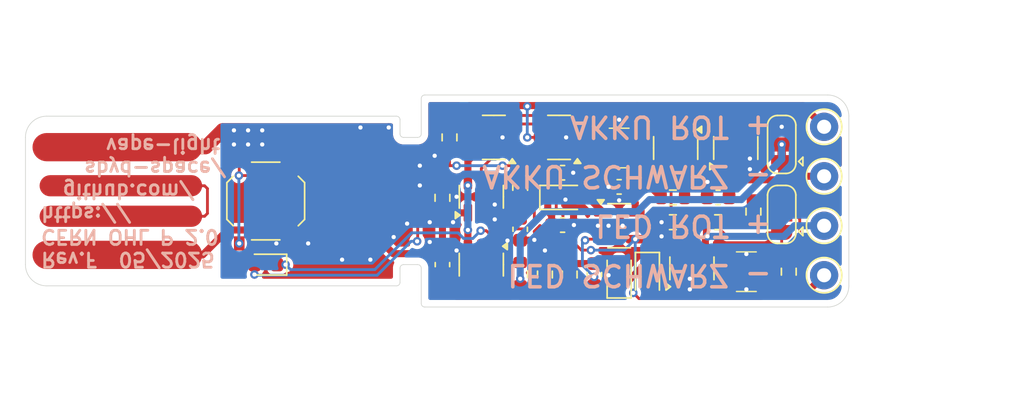
<source format=kicad_pcb>
(kicad_pcb (version 20240108) (generator "pcbnew") (generator_version "8.0")
  (title_block (title "vapelight") (date "05/2025") (rev "F") (company "SBYD"))
  (layers (0 "F.Cu" signal) (31 "B.Cu" signal) (34 "B.Paste" user) (35 "F.Paste" user) (36 "B.SilkS" user "B.Silkscreen") (37 "F.SilkS" user "F.Silkscreen") (38 "B.Mask" user) (39 "F.Mask" user) (44 "Edge.Cuts" user))
  (net 0 "")
  (net 1 "-BATT")
  (net 2 "Net-(U1-VCC)")
  (net 3 "Net-(D2-A)")
  (net 4 "Net-(D2-K)")
  (net 5 "Net-(Q1A-G1)")
  (net 6 "Net-(Q1B-G2)")
  (net 7 "Net-(Q1A-D1)")
  (net 8 "GND")
  (net 9 "VCC")
  (net 10 "Net-(U2-PROG)")
  (net 11 "Net-(U1-CS)")
  (net 12 "+BATT")
  (net 14 "Net-(U5-C)")
  (net 15 "Net-(C6-Pad2)")
  (net 16 "Net-(J1-D+)")
  (net 17 "Net-(U3-EN)")
  (net 18 "Net-(D3-K)")
  (net 19 "Net-(U3-FB)")
  (net 20 "Net-(D3-A)")
  (net 21 "Net-(D4-A)")
  (net 22 "+LED")
  (net 23 "-LED")
  (net 24 "Net-(R5-Pad1)")
  (net 25 "Net-(U5-D)")
  (net 26 "Net-(D4-K)")
  (net 27 "Net-(U5-Q)")
  (net 28 "GND1")
  (net 29 "Net-(JP4-C)")
  (net 30 "Net-(JP4-B)")
  (footprint "Package_TO_SOT_SMD:SOT-23-5" (layer "F.Cu") (at 101.75 66.2 90)
    (property "Reference" "U7" (hide yes))
    (property "Value" "74LVC1G02")
    (pad "1" smd roundrect (at -1.1375 -0.95 90) (size 1.325 0.6) (layers "F.Cu" "F.Paste" "F.Mask") (net 9 "VCC"))
    (pad "2" smd roundrect (at -1.1375 0 90) (size 1.325 0.6) (layers "F.Cu" "F.Paste" "F.Mask") (net 25 "Net-(U5-D)"))
    (pad "3" smd roundrect (at -1.1375 0.95 90) (size 1.325 0.6) (layers "F.Cu" "F.Paste" "F.Mask") (net 8 "GND"))
    (pad "4" smd roundrect (at 1.1375 0.95 90) (size 1.325 0.6) (layers "F.Cu" "F.Paste" "F.Mask") (net 17 "Net-(U3-EN)"))
    (pad "5" smd roundrect (at 1.1375 -0.95 90) (size 1.325 0.6) (layers "F.Cu" "F.Paste" "F.Mask") (net 12 "+BATT"))
  )
  (footprint "Resistor_SMD:R_0603_1608Metric" (layer "F.Cu") (at 108 71.7 90)
    (property "Reference" "R8" (hide yes))
    (property "Value" "150k")
    (pad "1" smd roundrect (at -0.825 0 90) (size 0.8 0.95) (layers "F.Cu" "F.Paste" "F.Mask") (net 19 "Net-(U3-FB)"))
    (pad "2" smd roundrect (at 0.825 0 90) (size 0.8 0.95) (layers "F.Cu" "F.Paste" "F.Mask") (net 26 "Net-(D4-K)"))
  )
  (footprint "Resistor_SMD:R_0603_1608Metric" (layer "F.Cu") (at 121 67.25 90)
    (property "Reference" "R11" (hide yes))
    (property "Value" "330m")
    (pad "1" smd roundrect (at -0.825 0 90) (size 0.8 0.95) (layers "F.Cu" "F.Paste" "F.Mask") (net 29 "Net-(JP4-C)"))
    (pad "2" smd roundrect (at 0.825 0 90) (size 0.8 0.95) (layers "F.Cu" "F.Paste" "F.Mask") (net 30 "Net-(JP4-B)"))
  )
  (footprint "vape_project:SolderJumper-3_P1.3mm_Bridged123_RoundedPad1.0x1.5mm" (layer "F.Cu") (at 123 67.45 90)
    (property "Reference" "JP4" (hide yes))
    (property "Value" "SolderJumper_3_Bridged123")
    (fp_poly (pts (xy -0.9 -0.3) (xy 0.9 -0.3) (xy 0.9 0.3) (xy -0.9 0.3)) (fill solid) (layer "F.Cu"))
    (pad "1" smd custom (at -1.3 0 90) (size 1 0.5) (layers "F.Cu" "F.Mask") (net 18 "Net-(D3-K)") (options (clearance outline) (anchor rect)) (primitives (gr_circle (center 0 0.25) (end 0.5 0.25) (width 0) (fill yes)) (gr_circle (center 0 -0.25) (end 0.5 -0.25) (width 0) (fill yes)) (gr_poly (pts (xy 0.55 0.75) (xy 0 0.75) (xy 0 -0.75) (xy 0.55 -0.75)) (width 0) (fill yes))))
    (pad "2" smd rect (at 0 0 90) (size 1 1.5) (layers "F.Cu" "F.Mask") (net 29 "Net-(JP4-C)"))
    (pad "3" smd custom (at 1.3 0 90) (size 1 0.5) (layers "F.Cu" "F.Mask") (net 30 "Net-(JP4-B)") (options (clearance outline) (anchor rect)) (primitives (gr_circle (center 0 0.25) (end 0.5 0.25) (width 0) (fill yes)) (gr_circle (center 0 -0.25) (end 0.5 -0.25) (width 0) (fill yes)) (gr_poly (pts (xy 0 0.75) (xy -0.55 0.75) (xy -0.55 -0.75) (xy 0 -0.75)) (width 0) (fill yes))))
  )
  (footprint "Connector_Pin:Pin_D1.0mm_L10.0mm" (layer "F.Cu") (at 126 61.25)
    (property "Reference" "J2" (hide yes))
    (property "Value" "Conn_01x01_Socket")
    (pad "1" thru_hole circle (at 0 0) (size 2 2) (drill 1) (layers "*.Cu" "*.Mask") (net 12 "+BATT"))
  )
  (footprint "Resistor_SMD:R_0603_1608Metric" (layer "F.Cu") (at 115.3 66.25)
    (property "Reference" "R4" (hide yes))
    (property "Value" "100")
    (pad "1" smd roundrect (at -0.825 0) (size 0.8 0.95) (layers "F.Cu" "F.Paste" "F.Mask") (net 12 "+BATT"))
    (pad "2" smd roundrect (at 0.825 0) (size 0.8 0.95) (layers "F.Cu" "F.Paste" "F.Mask") (net 2 "Net-(U1-VCC)"))
  )
  (footprint "LED_SMD:LED_0603_1608Metric" (layer "F.Cu") (at 86.5 71 180)
    (property "Reference" "D2" (hide yes))
    (property "Value" "LED")
    (pad "1" smd roundrect (at -0.7875 0 180) (size 0.875 0.95) (layers "F.Cu" "F.Paste" "F.Mask") (net 4 "Net-(D2-K)"))
    (pad "2" smd roundrect (at 0.7875 0 180) (size 0.875 0.95) (layers "F.Cu" "F.Paste" "F.Mask") (net 3 "Net-(D2-A)"))
  )
  (footprint "Connector_Pin:Pin_D1.0mm_L10.0mm" (layer "F.Cu") (at 126 71.75)
    (property "Reference" "J5" (hide yes))
    (property "Value" "Conn_01x01_Socket")
    (pad "1" thru_hole circle (at 0 0) (size 2 2) (drill 1) (layers "*.Cu" "*.Mask") (net 23 "-LED"))
  )
  (footprint "kikit:Tab" (layer "F.Cu") (at 102.75 74.25 90)
    (property "Reference" "REF**" (hide yes))
    (property "Value" "Tab")
  )
  (footprint "Package_TO_SOT_SMD:SOT-23-5" (layer "F.Cu") (at 101.75 71 -90)
    (property "Reference" "U2" (hide yes))
    (property "Value" "LTC4054ES5-4.2" (hide yes))
    (pad "1" smd roundrect (at -1.1375 -0.95 270) (size 1.325 0.6) (layers "F.Cu" "F.Paste" "F.Mask") (net 4 "Net-(D2-K)"))
    (pad "2" smd roundrect (at -1.1375 0 270) (size 1.325 0.6) (layers "F.Cu" "F.Paste" "F.Mask") (net 28 "GND1"))
    (pad "3" smd roundrect (at -1.1375 0.95 270) (size 1.325 0.6) (layers "F.Cu" "F.Paste" "F.Mask") (net 12 "+BATT"))
    (pad "4" smd roundrect (at 1.1375 0.95 270) (size 1.325 0.6) (layers "F.Cu" "F.Paste" "F.Mask") (net 9 "VCC"))
    (pad "5" smd roundrect (at 1.1375 -0.95 270) (size 1.325 0.6) (layers "F.Cu" "F.Paste" "F.Mask") (net 10 "Net-(U2-PROG)"))
  )
  (footprint "kikit:Tab" (layer "F.Cu") (at 102.75 58.75 -90)
    (property "Reference" "REF**" (hide yes))
    (property "Value" "Tab")
  )
  (footprint "Capacitor_SMD:C_0603_1608Metric" (layer "F.Cu") (at 118.5 66.25)
    (property "Reference" "C1" (hide yes))
    (property "Value" "100n")
    (pad "1" smd roundrect (at -0.775 0) (size 0.9 0.95) (layers "F.Cu" "F.Paste" "F.Mask") (net 2 "Net-(U1-VCC)"))
    (pad "2" smd roundrect (at 0.775 0) (size 0.9 0.95) (layers "F.Cu" "F.Paste" "F.Mask") (net 1 "-BATT"))
  )
  (footprint "Resistor_SMD:R_0603_1608Metric" (layer "F.Cu") (at 123.5 71.5 -90)
    (property "Reference" "R10" (hide yes))
    (property "Value" "1")
    (pad "1" smd roundrect (at -0.825 0 270) (size 0.8 0.95) (layers "F.Cu" "F.Paste" "F.Mask") (net 18 "Net-(D3-K)"))
    (pad "2" smd roundrect (at 0.825 0 270) (size 0.8 0.95) (layers "F.Cu" "F.Paste" "F.Mask") (net 29 "Net-(JP4-C)"))
  )
  (footprint "kikit:Tab" (layer "F.Cu") (at 121.75 74.25 90)
    (property "Reference" "REF**" (hide yes))
    (property "Value" "Tab")
  )
  (footprint "Jumper:SolderJumper-3_P1.3mm_Bridged12_RoundedPad1.0x1.5mm" (layer "F.Cu") (at 123 62.5 90)
    (property "Reference" "JP1" (hide yes))
    (property "Value" "SolderJumper_3_Bridged12")
    (fp_poly (pts (xy -0.9 -0.3) (xy -0.4 -0.3) (xy -0.4 0.3) (xy -0.9 0.3)) (fill solid) (layer "F.Cu"))
    (pad "1" smd custom (at -1.3 0 90) (size 1 0.5) (layers "F.Cu" "F.Mask") (net 1 "-BATT") (options (clearance outline) (anchor rect)) (primitives (gr_circle (center 0 0.25) (end 0.5 0.25) (width 0) (fill yes)) (gr_circle (center 0 -0.25) (end 0.5 -0.25) (width 0) (fill yes)) (gr_poly (pts (xy 0.55 0.75) (xy 0 0.75) (xy 0 -0.75) (xy 0.55 -0.75)) (width 0) (fill yes))))
    (pad "2" smd rect (at 0 0 90) (size 1 1.5) (layers "F.Cu" "F.Mask") (net 28 "GND1"))
    (pad "3" smd custom (at 1.3 0 90) (size 1 0.5) (layers "F.Cu" "F.Mask") (net 8 "GND") (options (clearance outline) (anchor rect)) (primitives (gr_circle (center 0 0.25) (end 0.5 0.25) (width 0) (fill yes)) (gr_circle (center 0 -0.25) (end 0.5 -0.25) (width 0) (fill yes)) (gr_poly (pts (xy 0 0.75) (xy -0.55 0.75) (xy -0.55 -0.75) (xy 0 -0.75)) (width 0) (fill yes))))
  )
  (footprint "Resistor_SMD:R_0603_1608Metric" (layer "F.Cu") (at 104.5 71.675 90)
    (property "Reference" "R2" (hide yes))
    (property "Value" "5k6")
    (pad "1" smd roundrect (at -0.825 0 90) (size 0.8 0.95) (layers "F.Cu" "F.Paste" "F.Mask") (net 28 "GND1"))
    (pad "2" smd roundrect (at 0.825 0 90) (size 0.8 0.95) (layers "F.Cu" "F.Paste" "F.Mask") (net 10 "Net-(U2-PROG)"))
  )
  (footprint "Connector_Pin:Pin_D1.0mm_L10.0mm" (layer "F.Cu") (at 126 68.25)
    (property "Reference" "J4" (hide yes))
    (property "Value" "Conn_01x01_Socket")
    (pad "1" thru_hole circle (at 0 0) (size 2 2) (drill 1) (layers "*.Cu" "*.Mask") (net 22 "+LED"))
  )
  (footprint "Resistor_SMD:R_0603_1608Metric" (layer "F.Cu") (at 106.25 71.7 90)
    (property "Reference" "R7" (hide yes))
    (property "Value" "13K")
    (pad "1" smd roundrect (at -0.825 0 90) (size 0.8 0.95) (layers "F.Cu" "F.Paste" "F.Mask") (net 19 "Net-(U3-FB)"))
    (pad "2" smd roundrect (at 0.825 0 90) (size 0.8 0.95) (layers "F.Cu" "F.Paste" "F.Mask") (net 8 "GND"))
  )
  (footprint "Connector_Pin:Pin_D1.0mm_L10.0mm" (layer "F.Cu") (at 126 64.75)
    (property "Reference" "J3" (hide yes))
    (property "Value" "Conn_01x01_Socket")
    (pad "1" thru_hole circle (at 0 0) (size 2 2) (drill 1) (layers "*.Cu" "*.Mask") (net 1 "-BATT"))
  )
  (footprint "Diode_SMD:D_SOD-323" (layer "F.Cu") (at 111.5 71.75 90)
    (property "Reference" "D5" (hide yes))
    (property "Value" "D_Schottky" (hide yes))
    (pad "1" smd roundrect (at -1.05 0 90) (size 0.6 0.45) (layers "F.Cu" "F.Paste" "F.Mask") (net 18 "Net-(D3-K)"))
    (pad "2" smd roundrect (at 1.05 0 90) (size 0.6 0.45) (layers "F.Cu" "F.Paste" "F.Mask") (net 26 "Net-(D4-K)"))
  )
  (footprint "Package_TO_SOT_SMD:SOT-23-6" (layer "F.Cu") (at 119.75 62.75 90)
    (property "Reference" "Q1" (hide yes))
    (property "Value" "FS8205A")
    (pad "1" smd roundrect (at -1.1375 -0.95 90) (size 1.325 0.6) (layers "F.Cu" "F.Paste" "F.Mask") (net 1 "-BATT"))
    (pad "2" smd roundrect (at -1.1375 0 90) (size 1.325 0.6) (layers "F.Cu" "F.Paste" "F.Mask") (net 7 "Net-(Q1A-D1)"))
    (pad "3" smd roundrect (at -1.1375 0.95 90) (size 1.325 0.6) (layers "F.Cu" "F.Paste" "F.Mask") (net 8 "GND"))
    (pad "4" smd roundrect (at 1.1375 0.95 90) (size 1.325 0.6) (layers "F.Cu" "F.Paste" "F.Mask") (net 6 "Net-(Q1B-G2)"))
    (pad "5" smd roundrect (at 1.1375 0 90) (size 1.325 0.6) (layers "F.Cu" "F.Paste" "F.Mask") (net 7 "Net-(Q1A-D1)"))
    (pad "6" smd roundrect (at 1.1375 -0.95 90) (size 1.325 0.6) (layers "F.Cu" "F.Paste" "F.Mask") (net 5 "Net-(Q1A-G1)"))
  )
  (footprint "Resistor_SMD:R_0603_1608Metric" (layer "F.Cu") (at 99 66.275 90)
    (property "Reference" "R1" (hide yes))
    (property "Value" "1k")
    (pad "1" smd roundrect (at -0.825 0 90) (size 0.8 0.95) (layers "F.Cu" "F.Paste" "F.Mask") (net 9 "VCC"))
    (pad "2" smd roundrect (at 0.825 0 90) (size 0.8 0.95) (layers "F.Cu" "F.Paste" "F.Mask") (net 3 "Net-(D2-A)"))
  )
  (footprint "Package_TO_SOT_SMD:SOT-23-6" (layer "F.Cu") (at 102.6375 62 180)
    (property "Reference" "U5" (hide yes))
    (property "Value" "74LVC1G175")
    (pad "1" smd roundrect (at -1.1375 -0.95 180) (size 1.325 0.6) (layers "F.Cu" "F.Paste" "F.Mask") (net 14 "Net-(U5-C)"))
    (pad "2" smd roundrect (at -1.1375 0 180) (size 1.325 0.6) (layers "F.Cu" "F.Paste" "F.Mask") (net 8 "GND"))
    (pad "3" smd roundrect (at -1.1375 0.95 180) (size 1.325 0.6) (layers "F.Cu" "F.Paste" "F.Mask") (net 25 "Net-(U5-D)"))
    (pad "4" smd roundrect (at 1.1375 0.95 180) (size 1.325 0.6) (layers "F.Cu" "F.Paste" "F.Mask") (net 27 "Net-(U5-Q)"))
    (pad "5" smd roundrect (at 1.1375 0 180) (size 1.325 0.6) (layers "F.Cu" "F.Paste" "F.Mask") (net 12 "+BATT"))
    (pad "6" smd roundrect (at 1.1375 -0.95 180) (size 1.325 0.6) (layers "F.Cu" "F.Paste" "F.Mask") (net 12 "+BATT"))
  )
  (footprint "kikit:Tab" (layer "F.Cu") (at 121.75 58.75 -90)
    (property "Reference" "REF**" (hide yes))
    (property "Value" "Tab")
  )
  (footprint "Capacitor_SMD:C_0603_1608Metric" (layer "F.Cu") (at 107.5 64.5 180)
    (property "Reference" "C7" (hide yes))
    (property "Value" "100n" (hide yes))
    (pad "1" smd roundrect (at -0.775 0 180) (size 0.9 0.95) (layers "F.Cu" "F.Paste" "F.Mask") (net 8 "GND"))
    (pad "2" smd roundrect (at 0.775 0 180) (size 0.9 0.95) (layers "F.Cu" "F.Paste" "F.Mask") (net 12 "+BATT"))
  )
  (footprint "Capacitor_SMD:C_0603_1608Metric" (layer "F.Cu") (at 109.75 71.7 -90)
    (property "Reference" "C4" (hide yes))
    (property "Value" "150p" (hide yes))
    (pad "1" smd roundrect (at -0.775 0 270) (size 0.9 0.95) (layers "F.Cu" "F.Paste" "F.Mask") (net 26 "Net-(D4-K)"))
    (pad "2" smd roundrect (at 0.775 0 270) (size 0.9 0.95) (layers "F.Cu" "F.Paste" "F.Mask") (net 19 "Net-(U3-FB)"))
  )
  (footprint "Resistor_SMD:R_0603_1608Metric" (layer "F.Cu") (at 104.5 65.5 90)
    (property "Reference" "R9" (hide yes))
    (property "Value" "10k")
    (pad "1" smd roundrect (at -0.825 0 90) (size 0.8 0.95) (layers "F.Cu" "F.Paste" "F.Mask") (net 15 "Net-(C6-Pad2)"))
    (pad "2" smd roundrect (at 0.825 0 90) (size 0.8 0.95) (layers "F.Cu" "F.Paste" "F.Mask") (net 24 "Net-(R5-Pad1)"))
  )
  (footprint "Resistor_SMD:R_0603_1608Metric" (layer "F.Cu") (at 115.3 68 180)
    (property "Reference" "R3" (hide yes))
    (property "Value" "1k")
    (pad "1" smd roundrect (at -0.825 0 180) (size 0.8 0.95) (layers "F.Cu" "F.Paste" "F.Mask") (net 11 "Net-(U1-CS)"))
    (pad "2" smd roundrect (at 0.825 0 180) (size 0.8 0.95) (layers "F.Cu" "F.Paste" "F.Mask") (net 8 "GND"))
  )
  (footprint "Capacitor_SMD:C_0603_1608Metric" (layer "F.Cu") (at 107.5 68.2)
    (property "Reference" "C3" (hide yes))
    (property "Value" "10u")
    (pad "1" smd roundrect (at -0.775 0) (size 0.9 0.95) (layers "F.Cu" "F.Paste" "F.Mask") (net 26 "Net-(D4-K)"))
    (pad "2" smd roundrect (at 0.775 0) (size 0.9 0.95) (layers "F.Cu" "F.Paste" "F.Mask") (net 8 "GND"))
  )
  (footprint "kikit:Tab" (layer "F.Cu") (at 85.25 60.24 -90)
    (property "Reference" "REF**" (hide yes))
    (property "Value" "Tab")
  )
  (footprint "vape_project:L_3x3" (layer "F.Cu") (at 120.5 71.5 180)
    (property "Reference" "L1" (hide yes))
    (property "Value" "47uH")
    (pad "1" smd rect (at -1.15 0 180) (size 0.8 2.7) (layers "F.Cu" "F.Paste" "F.Mask") (net 23 "-LED"))
    (pad "2" smd rect (at 1.15 0 180) (size 0.8 2.7) (layers "F.Cu" "F.Paste" "F.Mask") (net 20 "Net-(D3-A)"))
  )
  (footprint "Resistor_SMD:R_0603_1608Metric" (layer "F.Cu") (at 99.5 62 90)
    (property "Reference" "R5" (hide yes))
    (property "Value" "10k	")
    (pad "1" smd roundrect (at -0.825 0 90) (size 0.8 0.95) (layers "F.Cu" "F.Paste" "F.Mask") (net 24 "Net-(R5-Pad1)"))
    (pad "2" smd roundrect (at 0.825 0 90) (size 0.8 0.95) (layers "F.Cu" "F.Paste" "F.Mask") (net 12 "+BATT"))
  )
  (footprint "Package_TO_SOT_SMD:SOT-23-6" (layer "F.Cu") (at 115.5 62.75 -90)
    (property "Reference" "U1" (hide yes))
    (property "Value" "DW01A")
    (pad "1" smd roundrect (at -1.1375 -0.95 270) (size 1.325 0.6) (layers "F.Cu" "F.Paste" "F.Mask") (net 5 "Net-(Q1A-G1)"))
    (pad "2" smd roundrect (at -1.1375 0 270) (size 1.325 0.6) (layers "F.Cu" "F.Paste" "F.Mask") (net 11 "Net-(U1-CS)"))
    (pad "3" smd roundrect (at -1.1375 0.95 270) (size 1.325 0.6) (layers "F.Cu" "F.Paste" "F.Mask") (net 6 "Net-(Q1B-G2)"))
    (pad "4" smd roundrect (at 1.1375 0.95 270) (size 1.325 0.6) (layers "F.Cu" "F.Paste" "F.Mask"))
    (pad "5" smd roundrect (at 1.1375 0 270) (size 1.325 0.6) (layers "F.Cu" "F.Paste" "F.Mask") (net 2 "Net-(U1-VCC)"))
    (pad "6" smd roundrect (at 1.1375 -0.95 270) (size 1.325 0.6) (layers "F.Cu" "F.Paste" "F.Mask") (net 1 "-BATT"))
  )
  (footprint "Resistor_SMD:R_0603_1608Metric" (layer "F.Cu") (at 118.5 68 180)
    (property "Reference" "R6" (hide yes))
    (property "Value" "680m")
    (pad "1" smd roundrect (at -0.825 0 180) (size 0.8 0.95) (layers "F.Cu" "F.Paste" "F.Mask") (net 30 "Net-(JP4-B)"))
    (pad "2" smd roundrect (at 0.825 0 180) (size 0.8 0.95) (layers "F.Cu" "F.Paste" "F.Mask") (net 22 "+LED"))
  )
  (footprint "vape_project:L_3x3" (layer "F.Cu") (at 111.5 62.75 180)
    (property "Reference" "L2" (hide yes))
    (property "Value" "10uH")
    (pad "1" smd rect (at -1.15 0 180) (size 0.8 2.7) (layers "F.Cu" "F.Paste" "F.Mask") (net 12 "+BATT"))
    (pad "2" smd rect (at 1.15 0 180) (size 0.8 2.7) (layers "F.Cu" "F.Paste" "F.Mask") (net 21 "Net-(D4-A)"))
  )
  (footprint "Package_TO_SOT_SMD:TSOT-23-5" (layer "F.Cu") (at 116.65 71.2625 90)
    (property "Reference" "U6" (hide yes))
    (property "Value" "AL8860WT")
    (pad "1" smd roundrect (at -1.1375 -0.95 90) (size 1.325 0.6) (layers "F.Cu" "F.Paste" "F.Mask") (net 20 "Net-(D3-A)"))
    (pad "2" smd roundrect (at -1.1375 0 90) (size 1.325 0.6) (layers "F.Cu" "F.Paste" "F.Mask") (net 8 "GND"))
    (pad "3" smd roundrect (at -1.1375 0.95 90) (size 1.325 0.6) (layers "F.Cu" "F.Paste" "F.Mask") (net 17 "Net-(U3-EN)"))
    (pad "4" smd roundrect (at 1.1375 0.95 90) (size 1.325 0.6) (layers "F.Cu" "F.Paste" "F.Mask") (net 22 "+LED"))
    (pad "5" smd roundrect (at 1.1375 -0.95 90) (size 1.325 0.6) (layers "F.Cu" "F.Paste" "F.Mask") (net 18 "Net-(D3-K)"))
  )
  (footprint "Capacitor_SMD:C_0603_1608Metric" (layer "F.Cu") (at 99 71 -90)
    (property "Reference" "C2" (hide yes))
    (property "Value" "1u")
    (pad "1" smd roundrect (at -0.775 0 270) (size 0.9 0.95) (layers "F.Cu" "F.Paste" "F.Mask") (net 9 "VCC"))
    (pad "2" smd roundrect (at 0.775 0 270) (size 0.9 0.95) (layers "F.Cu" "F.Paste" "F.Mask") (net 28 "GND1"))
  )
  (footprint "Capacitor_SMD:C_0603_1608Metric" (layer "F.Cu") (at 104.5 68.5 90)
    (property "Reference" "C6" (hide yes))
    (property "Value" "100n")
    (pad "1" smd roundrect (at -0.775 0 90) (size 0.9 0.95) (layers "F.Cu" "F.Paste" "F.Mask") (net 8 "GND"))
    (pad "2" smd roundrect (at 0.775 0 90) (size 0.9 0.95) (layers "F.Cu" "F.Paste" "F.Mask") (net 15 "Net-(C6-Pad2)"))
  )
  (footprint "kikit:Tab" (layer "F.Cu") (at 85.25 72.75 90)
    (property "Reference" "REF**" (hide yes))
    (property "Value" "Tab")
  )
  (footprint "Button_Switch_SMD:SW_Push_1P1T_XKB_TS-1187A" (layer "F.Cu") (at 86.5 66.5 -90)
    (property "Reference" "SW1" (hide yes))
    (property "Value" "SW_Push")
    (pad "1" smd rect (at -3 -1.875 270) (size 1 0.75) (layers "F.Cu" "F.Paste" "F.Mask") (net 8 "GND"))
    (pad "1" smd rect (at 3 -1.875 270) (size 1 0.75) (layers "F.Cu" "F.Paste" "F.Mask") (net 8 "GND"))
    (pad "2" smd rect (at -3 1.875 270) (size 1 0.75) (layers "F.Cu" "F.Paste" "F.Mask") (net 24 "Net-(R5-Pad1)"))
    (pad "2" smd rect (at 3 1.875 270) (size 1 0.75) (layers "F.Cu" "F.Paste" "F.Mask") (net 24 "Net-(R5-Pad1)"))
  )
  (footprint "Package_TO_SOT_SMD:SOT-23-5" (layer "F.Cu") (at 111.5 68.25)
    (property "Reference" "U3" (hide yes))
    (property "Value" "LM27313XMF")
    (pad "1" smd roundrect (at -1.1375 -0.95) (size 1.325 0.6) (layers "F.Cu" "F.Paste" "F.Mask") (net 21 "Net-(D4-A)"))
    (pad "2" smd roundrect (at -1.1375 0) (size 1.325 0.6) (layers "F.Cu" "F.Paste" "F.Mask") (net 8 "GND"))
    (pad "3" smd roundrect (at -1.1375 0.95) (size 1.325 0.6) (layers "F.Cu" "F.Paste" "F.Mask") (net 19 "Net-(U3-FB)"))
    (pad "4" smd roundrect (at 1.1375 0.95) (size 1.325 0.6) (layers "F.Cu" "F.Paste" "F.Mask") (net 17 "Net-(U3-EN)"))
    (pad "5" smd roundrect (at 1.1375 -0.95) (size 1.325 0.6) (layers "F.Cu" "F.Paste" "F.Mask") (net 12 "+BATT"))
  )
  (footprint "Diode_SMD:D_SOD-323" (layer "F.Cu") (at 113.5 71.75 -90)
    (property "Reference" "D3" (hide yes))
    (property "Value" "D_Schottky")
    (pad "1" smd roundrect (at -1.05 0 270) (size 0.6 0.45) (layers "F.Cu" "F.Paste" "F.Mask") (net 18 "Net-(D3-K)"))
    (pad "2" smd roundrect (at 1.05 0 270) (size 0.6 0.45) (layers "F.Cu" "F.Paste" "F.Mask") (net 20 "Net-(D3-A)"))
  )
  (footprint "vape_project:PCB_USB" (layer "F.Cu") (at 76 66.5 90)
    (property "Reference" "J1" (hide yes))
    (property "Value" "USB_A")
    (pad "1" smd roundrect (at -3.81 0 90) (size 2 12) (layers "F.Cu" "F.Mask") (roundrect_rratio 0.5) (net 9 "VCC"))
    (pad "2" smd roundrect (at -1.08 0.25 90) (size 1.5 11.5) (layers "F.Cu" "F.Mask") (roundrect_rratio 0.5) (net 16 "Net-(J1-D+)"))
    (pad "3" smd roundrect (at 1.08 0.25 90) (size 1.5 11.5) (layers "F.Cu" "F.Mask") (roundrect_rratio 0.5) (net 16 "Net-(J1-D+)"))
    (pad "4" smd roundrect (at 3.81 0 90) (size 2 12) (layers "F.Cu" "F.Mask") (roundrect_rratio 0.5) (net 8 "GND"))
  )
  (footprint "Diode_SMD:D_SOD-323" (layer "F.Cu") (at 107.5 66.25)
    (property "Reference" "D4" (hide yes))
    (property "Value" "D_Schottky")
    (pad "1" smd roundrect (at -1.05 0) (size 0.6 0.45) (layers "F.Cu" "F.Paste" "F.Mask") (net 26 "Net-(D4-K)"))
    (pad "2" smd roundrect (at 1.05 0) (size 0.6 0.45) (layers "F.Cu" "F.Paste" "F.Mask") (net 21 "Net-(D4-A)"))
  )
  (footprint "Capacitor_SMD:C_0603_1608Metric" (layer "F.Cu") (at 111.5 65.5 180)
    (property "Reference" "C5" (hide yes))
    (property "Value" "2u2")
    (pad "1" smd roundrect (at -0.775 0 180) (size 0.9 0.95) (layers "F.Cu" "F.Paste" "F.Mask") (net 12 "+BATT"))
    (pad "2" smd roundrect (at 0.775 0 180) (size 0.9 0.95) (layers "F.Cu" "F.Paste" "F.Mask") (net 8 "GND"))
  )
  (footprint "Package_TO_SOT_SMD:SOT-23-6" (layer "F.Cu") (at 107.25 62 180)
    (property "Reference" "U4" (hide yes))
    (property "Value" "74LVC2G14" (hide yes))
    (pad "1" smd roundrect (at -1.1375 -0.95 180) (size 1.325 0.6) (layers "F.Cu" "F.Paste" "F.Mask") (net 15 "Net-(C6-Pad2)"))
    (pad "2" smd roundrect (at -1.1375 0 180) (size 1.325 0.6) (layers "F.Cu" "F.Paste" "F.Mask") (net 8 "GND"))
    (pad "3" smd roundrect (at -1.1375 0.95 180) (size 1.325 0.6) (layers "F.Cu" "F.Paste" "F.Mask") (net 27 "Net-(U5-Q)"))
    (pad "4" smd roundrect (at 1.1375 0.95 180) (size 1.325 0.6) (layers "F.Cu" "F.Paste" "F.Mask") (net 25 "Net-(U5-D)"))
    (pad "5" smd roundrect (at 1.1375 0 180) (size 1.325 0.6) (layers "F.Cu" "F.Paste" "F.Mask") (net 12 "+BATT"))
    (pad "6" smd roundrect (at 1.1375 -0.95 180) (size 1.325 0.6) (layers "F.Cu" "F.Paste" "F.Mask") (net 14 "Net-(U5-C)"))
  )
  (gr_line (start 95.75 72.5) (end 71 72.5) (stroke (width 0.05)) (layer "Edge.Cuts"))
  (gr_line (start 96 60.75) (end 96 61.75) (stroke (width 0.05)) (layer "Edge.Cuts"))
  (gr_arc (start 96.25 62) (mid 96.073223 61.926777) (end 96 61.75) (stroke (width 0.05)) (layer "Edge.Cuts"))
  (gr_line (start 96 72.25) (end 96 71.25) (stroke (width 0.05)) (layer "Edge.Cuts"))
  (gr_arc (start 97.5 59.25) (mid 97.573223 59.073223) (end 97.75 59) (stroke (width 0.05)) (layer "Edge.Cuts"))
  (gr_line (start 96.25 62) (end 97.25 62) (stroke (width 0.05)) (layer "Edge.Cuts"))
  (gr_arc (start 71 72.5) (mid 69.93934 72.06066) (end 69.5 71) (stroke (width 0.05)) (layer "Edge.Cuts"))
  (gr_arc (start 69.5 62) (mid 69.93934 60.93934) (end 71 60.5) (stroke (width 0.05)) (layer "Edge.Cuts"))
  (gr_arc (start 127.75 72.5) (mid 127.31066 73.56066) (end 126.25 74) (stroke (width 0.05)) (layer "Edge.Cuts"))
  (gr_arc (start 126.25 59) (mid 127.31066 59.43934) (end 127.75 60.5) (stroke (width 0.05)) (layer "Edge.Cuts"))
  (gr_arc (start 96 71.25) (mid 96.073223 71.073223) (end 96.25 71) (stroke (width 0.05)) (layer "Edge.Cuts"))
  (gr_line (start 127.75 60.5) (end 127.75 72.5) (stroke (width 0.05)) (layer "Edge.Cuts"))
  (gr_arc (start 97.75 74) (mid 97.573223 73.926777) (end 97.5 73.75) (stroke (width 0.05)) (layer "Edge.Cuts"))
  (gr_line (start 126.25 74) (end 97.75 74) (stroke (width 0.05)) (layer "Edge.Cuts"))
  (gr_line (start 97.5 73.75) (end 97.5 71.25) (stroke (width 0.05)) (layer "Edge.Cuts"))
  (gr_arc (start 95.75 60.5) (mid 95.926777 60.573223) (end 96 60.75) (stroke (width 0.05)) (layer "Edge.Cuts"))
  (gr_line (start 97.25 71) (end 96.25 71) (stroke (width 0.05)) (layer "Edge.Cuts"))
  (gr_arc (start 97.5 61.75) (mid 97.426777 61.926777) (end 97.25 62) (stroke (width 0.05)) (layer "Edge.Cuts"))
  (gr_line (start 97.5 59.25) (end 97.5 61.75) (stroke (width 0.05)) (layer "Edge.Cuts"))
  (gr_line (start 97.75 59) (end 126.25 59) (stroke (width 0.05)) (layer "Edge.Cuts"))
  (gr_line (start 71 60.5) (end 95.75 60.5) (stroke (width 0.05)) (layer "Edge.Cuts"))
  (gr_arc (start 97.25 71) (mid 97.426777 71.073223) (end 97.5 71.25) (stroke (width 0.05)) (layer "Edge.Cuts"))
  (gr_line (start 69.5 71) (end 69.5 62) (stroke (width 0.05)) (layer "Edge.Cuts"))
  (gr_arc (start 96 72.25) (mid 95.926777 72.426777) (end 95.75 72.5) (stroke (width 0.05)) (layer "Edge.Cuts"))
  (gr_text "LED SCHWARZ -" (at 122.428 71.75 180) (layer "B.SilkS") (effects (font (size 1.5 1.5) (thickness 0.25) (bold yes)) (justify right mirror)))
  (gr_text "Rev.${REVISION}  ${ISSUE_DATE}\nCERN OHL P 2.0\nhttps://\n  github.com/\n    sbyd-space/\n      vape-light" (at 70.5 62 180) (layer "B.SilkS") (effects (font (size 1 1) (thickness 0.2) (bold yes)) (justify left bottom mirror)))
  (gr_text "LED ROT +" (at 122.428 68.25 180) (layer "B.SilkS") (effects (font (size 1.5 1.5) (thickness 0.25) (bold yes)) (justify right mirror)))
  (gr_text "AKKU ROT +" (at 122.428 61.25 180) (layer "B.SilkS") (effects (font (size 1.5 1.5) (thickness 0.25) (bold yes)) (justify right mirror)))
  (gr_text "AKKU SCHWARZ -" (at 122.428 64.75 180) (layer "B.SilkS") (effects (font (size 1.5 1.5) (thickness 0.25) (bold yes)) (justify right mirror)))
  (segment (start 124.25 64.75) (end 124 65) (width 0.5) (layer "F.Cu") (net 1))
  (segment (start 124 65) (end 123 65) (width 0.5) (layer "F.Cu") (net 1))
  (segment (start 119 65) (end 118.8 64.8) (width 0.5) (layer "F.Cu") (net 1))
  (segment (start 118.8 64.8) (end 118.8 63.8875) (width 0.5) (layer "F.Cu") (net 1))
  (segment (start 119.275 65.025) (end 119.3 65) (width 0.5) (layer "F.Cu") (net 1))
  (segment (start 119.275 66.25) (end 119.275 65.025) (width 0.5) (layer "F.Cu") (net 1))
  (segment (start 116.45 63.8875) (end 117.25 63.8875) (width 0.5) (layer "F.Cu") (net 1))
  (segment (start 126 64.75) (end 124.25 64.75) (width 0.5) (layer "F.Cu") (net 1))
  (segment (start 117.25 63.8875) (end 118.8 63.8875) (width 0.5) (layer "F.Cu") (net 1))
  (segment (start 119.3 65) (end 119 65) (width 0.5) (layer "F.Cu") (net 1))
  (segment (start 119.3 65) (end 123 65) (width 0.5) (layer "F.Cu") (net 1))
  (segment (start 123 63.8) (end 123 65) (width 0.5) (layer "F.Cu") (net 1))
  (segment (start 116.125 66.25) (end 117.725 66.25) (width 0.2) (layer "F.Cu") (net 2))
  (segment (start 116.125 65.375) (end 116.125 66.25) (width 0.2) (layer "F.Cu") (net 2))
  (segment (start 115.5 63.8875) (end 115.5 64.75) (width 0.2) (layer "F.Cu") (net 2))
  (segment (start 115.5 64.75) (end 116.125 65.375) (width 0.2) (layer "F.Cu") (net 2))
  (segment (start 97.25 69.308177) (end 97.25 67.2) (width 0.2) (layer "F.Cu") (net 3))
  (segment (start 97.25 67.2) (end 99 65.45) (width 0.2) (layer "F.Cu") (net 3))
  (segment (start 97.208177 69.35) (end 97.25 69.308177) (width 0.2) (layer "F.Cu") (net 3))
  (segment (start 85.7 71.7) (end 85.7 71.0125) (width 0.2) (layer "F.Cu") (net 3))
  (segment (start 85.7 71.0125) (end 85.7125 71) (width 0.2) (layer "F.Cu") (net 3))
  (via (at 85.7 71.7) (size 0.6) (drill 0.3) (layers "F.Cu" "B.Cu") (net 3))
  (via (at 97.208177 69.35) (size 0.6) (drill 0.3) (layers "F.Cu" "B.Cu") (net 3))
  (segment (start 94.38351 71.75) (end 85.75 71.75) (width 0.2) (layer "B.Cu") (net 3))
  (segment (start 85.75 71.75) (end 85.7 71.7) (width 0.2) (layer "B.Cu") (net 3))
  (segment (start 94.38351 71.75) (end 96.78351 69.35) (width 0.2) (layer "B.Cu") (net 3))
  (segment (start 96.78351 69.35) (end 97.208177 69.35) (width 0.2) (layer "B.Cu") (net 3))
  (segment (start 102.7 69.8625) (end 102.7 69.200001) (width 0.2) (layer "F.Cu") (net 4))
  (segment (start 102.7 69.200001) (end 102.099999 68.6) (width 0.2) (layer "F.Cu") (net 4))
  (segment (start 102.099999 68.6) (end 101.7 68.6) (width 0.2) (layer "F.Cu") (net 4))
  (segment (start 101.549528 68.701276) (end 101.598252 68.75) (width 0.2) (layer "F.Cu") (net 4))
  (segment (start 87.9 71) (end 87.2875 71) (width 0.2) (layer "F.Cu") (net 4))
  (via (at 87.9 71) (size 0.6) (drill 0.3) (layers "F.Cu" "B.Cu") (net 4))
  (via (at 101.7 68.6) (size 0.6) (drill 0.3) (layers "F.Cu" "B.Cu") (net 4))
  (segment (start 100.1 68.75) (end 100.5 69.15) (width 0.2) (layer "B.Cu") (net 4))
  (segment (start 96.817824 68.75) (end 100.1 68.75) (width 0.2) (layer "B.Cu") (net 4))
  (segment (start 88.25 71.35) (end 87.9 71) (width 0.2) (layer "B.Cu") (net 4))
  (segment (start 101.15 69.15) (end 101.7 68.6) (width 0.2) (layer "B.Cu") (net 4))
  (segment (start 94.217824 71.35) (end 96.817824 68.75) (width 0.2) (layer "B.Cu") (net 4))
  (segment (start 100.5 69.15) (end 101.15 69.15) (width 0.2) (layer "B.Cu") (net 4))
  (segment (start 94.217824 71.35) (end 88.25 71.35) (width 0.2) (layer "B.Cu") (net 4))
  (segment (start 118.8 61.6125) (end 116.45 61.6125) (width 0.2) (layer "F.Cu") (net 5))
  (segment (start 120.7 61.6125) (end 120.7 60.950001) (width 0.2) (layer "F.Cu") (net 6))
  (segment (start 120.399999 60.65) (end 115.1 60.65) (width 0.2) (layer "F.Cu") (net 6))
  (segment (start 120.7 60.950001) (end 120.399999 60.65) (width 0.2) (layer "F.Cu") (net 6))
  (segment (start 114.55 61.2) (end 114.55 61.6125) (width 0.2) (layer "F.Cu") (net 6))
  (segment (start 115.1 60.65) (end 114.55 61.2) (width 0.2) (layer "F.Cu") (net 6))
  (segment (start 119.75 61.6125) (end 119.75 63.8875) (width 0.5) (layer "F.Cu") (net 7))
  (segment (start 82.25 62.69) (end 83.44 61.5) (width 1) (layer "F.Cu") (net 8))
  (segment (start 76 62.69) (end 82.25 62.69) (width 1) (layer "F.Cu") (net 8))
  (segment (start 83.44 61.5) (end 85.25 61.5) (width 1) (layer "F.Cu") (net 8))
  (via (at 85.25 61.5) (size 0.6) (drill 0.3) (layers "F.Cu" "B.Cu") (net 8))
  (via (at 102.7 66.75) (size 0.6) (drill 0.3) (layers "F.Cu" "B.Cu") (net 8))
  (via (at 106.25 70) (size 0.6) (drill 0.3) (layers "F.Cu" "B.Cu") (net 8))
  (via (at 95.2 61.3) (size 0.6) (drill 0.3) (layers "F.Cu" "B.Cu") (net 8))
  (via (at 117.75 65.15) (size 0.6) (drill 0.3) (layers "F.Cu" "B.Cu") (net 8))
  (via (at 98.1 69.4) (size 0.6) (drill 0.3) (layers "F.Cu" "B.Cu") (net 8))
  (via (at 120.5 72.75) (size 0.6) (drill 0.3) (layers "F.Cu" "B.Cu") (net 8))
  (via (at 110.75 71.75) (size 0.6) (drill 0.3) (layers "F.Cu" "B.Cu") (net 8))
  (via (at 89.5 69.5) (size 0.6) (drill 0.3) (layers "F.Cu" "B.Cu") (net 8))
  (via (at 100 70) (size 0.6) (drill 0.3) (layers "F.Cu" "B.Cu") (net 8))
  (via (at 102.7 67.8) (size 0.6) (drill 0.3) (layers "F.Cu" "B.Cu") (net 8))
  (via (at 110.75 65.5) (size 0.6) (drill 0.3) (layers "F.Cu" "B.Cu") (net 8))
  (via (at 93.2 61.3) (size 0.6) (drill 0.3) (layers "F.Cu" "B.Cu") (net 8))
  (via (at 86.25 61.5) (size 0.6) (drill 0.3) (layers "F.Cu" "B.Cu") (net 8))
  (via (at 116.5 72) (size 0.6) (drill 0.3) (layers "F.Cu" "B.Cu") (net 8))
  (via (at 111.75 68.25) (size 0.6) (drill 0.3) (layers "F.Cu" "B.Cu") (net 8))
  (via (at 91.9 70.65) (size 0.6) (drill 0.3) (layers "F.Cu" "B.Cu") (net 8))
  (via (at 96.5 68.1) (size 0.6) (drill 0.3) (layers "F.Cu" "B.Cu") (net 8))
  (via (at 87.25 69.5) (size 0.6) (drill 0.3) (layers "F.Cu" "B.Cu") (net 8))
  (via (at 114.5 69) (size 0.6) (drill 0.3) (layers "F.Cu" "B.Cu") (net 8))
  (via (at 98.1 68) (size 0.6) (drill 0.3) (layers "F.Cu" "B.Cu") (net 8))
  (via (at 123 61.25) (size 0.6) (drill 0.3) (layers "F.Cu" "B.Cu") (net 8))
  (via (at 100 66.2) (size 0.6) (drill 0.3) (layers "F.Cu" "B.Cu") (net 8))
  (via (at 108.3 68.2) (size 0.6) (drill 0.3) (layers "F.Cu" "B.Cu") (net 8))
  (via (at 103.25 62) (size 0.6) (drill 0.3) (layers "F.Cu" "B.Cu") (net 8))
  (via (at 110 68.25) (size 0.6) (drill 0.3) (layers "F.Cu" "B.Cu") (net 8))
  (via (at 110.75 68.25) (size 0.6) (drill 0.3) (layers "F.Cu" "B.Cu") (net 8))
  (via (at 93.9 70.65) (size 0.6) (drill 0.3) (layers "F.Cu" "B.Cu") (net 8))
  (via (at 85.25 62.5) (size 0.6) (drill 0.3) (layers "F.Cu" "B.Cu") (net 8))
  (via (at 107.75 62) (size 0.6) (drill 0.3) (layers "F.Cu" "B.Cu") (net 8))
  (via (at 120.5 70.25) (size 0.6) (drill 0.3) (layers "F.Cu" "B.Cu") (net 8))
  (via (at 120.75 64.25) (size 0.6) (drill 0.3) (layers "F.Cu" "B.Cu") (net 8))
  (via (at 114.5 68) (size 0.6) (drill 0.3) (layers "F.Cu" "B.Cu") (net 8))
  (via (at 120.75 63.5) (size 0.6) (drill 0.3) (layers "F.Cu" "B.Cu") (net 8))
  (via (at 84.25 61.5) (size 0.6) (drill 0.3) (layers "F.Cu" "B.Cu") (net 8))
  (via (at 86.25 62.5) (size 0.6) (drill 0.3) (layers "F.Cu" "B.Cu") (net 8))
  (via (at 111.5 60.75) (size 0.6) (drill 0.3) (layers "F.Cu" "B.Cu") (net 8))
  (via (at 95.55 69.05) (size 0.6) (drill 0.3) (layers "F.Cu" "B.Cu") (net 8))
  (via (at 108.25 64.5) (size 0.6) (drill 0.3) (layers "F.Cu" "B.Cu") (net 8))
  (via (at 84.25 62.5) (size 0.6) (drill 0.3) (layers "F.Cu" "B.Cu") (net 8))
  (via (at 98.45 63.3) (size 0.6) (drill 0.3) (layers "F.Cu" "B.Cu") (net 8))
  (via (at 105.5 69.25) (size 0.6) (drill 0.3) (layers "F.Cu" "B.Cu") (net 8))
  (via (at 97.4 64) (size 0.6) (drill 0.3) (layers "F.Cu" "B.Cu") (net 8))
  (via (at 116.5 72.75) (size 0.6) (drill 0.3) (layers "F.Cu" "B.Cu") (net 8))
  (via (at 111.5 66.45) (size 0.6) (drill 0.3) (layers "F.Cu" "B.Cu") (net 8))
  (via (at 97.4 65.4) (size 0.6) (drill 0.3) (layers "F.Cu" "B.Cu") (net 8))
  (via (at 107.7 66.4) (size 0.6) (drill 0.3) (layers "F.Cu" "B.Cu") (net 8))
  (via (at 103.6 69.3) (size 0.6) (drill 0.3) (layers "F.Cu" "B.Cu") (net 8))
  (via (at 99.75 68) (size 0.6) (drill 0.3) (layers "F.Cu" "B.Cu") (net 8))
  (segment (start 99 70.225) (end 95.525 70.225) (width 0.5) (layer "F.Cu") (net 9))
  (segment (start 95.525 70.225) (end 93.85 68.55) (width 0.5) (layer "F.Cu") (net 9))
  (segment (start 93.85 68.55) (end 83.8 68.55) (width 0.5) (layer "F.Cu") (net 9))
  (segment (start 100.8 67.3375) (end 100.148161 67.3375) (width 0.5) (layer "F.Cu") (net 9))
  (segment (start 99 70.225) (end 99 67.1) (width 0.5) (layer "F.Cu") (net 9))
  (segment (start 100.8 72.1375) (end 100.8 72.025) (width 0.5) (layer "F.Cu") (net 9))
  (segment (start 99 67.1) (end 99.910661 67.1) (width 0.5) (layer "F.Cu") (net 9))
  (segment (start 100.148161 67.3375) (end 99.910661 67.1) (width 0.5) (layer "F.Cu") (net 9))
  (segment (start 100.8 72.025) (end 99 70.225) (width 0.5) (layer "F.Cu") (net 9))
  (segment (start 82.04 70.31) (end 76 70.31) (width 0.5) (layer "F.Cu") (net 9))
  (segment (start 83.8 68.55) (end 82.04 70.31) (width 0.5) (layer "F.Cu") (net 9))
  (segment (start 103.9875 70.85) (end 104.5 70.85) (width 0.2) (layer "F.Cu") (net 10))
  (segment (start 104.5 70.85) (end 104.5 70.6875) (width 0.2) (layer "F.Cu") (net 10))
  (segment (start 102.7 72.1375) (end 103.9875 70.85) (width 0.2) (layer "F.Cu") (net 10))
  (segment (start 114.384448 62.75) (end 113.95 63.184448) (width 0.2) (layer "F.Cu") (net 11))
  (segment (start 114.25 65.123591) (end 114.536239 65.123591) (width 0.2) (layer "F.Cu") (net 11))
  (segment (start 113.95 64.823591) (end 114.25 65.123591) (width 0.2) (layer "F.Cu") (net 11))
  (segment (start 114.536239 65.123591) (end 115.175 65.762352) (width 0.2) (layer "F.Cu") (net 11))
  (segment (start 113.95 63.184448) (end 113.95 64.823591) (width 0.2) (layer "F.Cu") (net 11))
  (segment (start 115.5 61.6125) (end 115.5 62.274999) (width 0.2) (layer "F.Cu") (net 11))
  (segment (start 115.175 65.762352) (end 115.175 67.05) (width 0.2) (layer "F.Cu") (net 11))
  (segment (start 115.5 62.274999) (end 115.024999 62.75) (width 0.2) (layer "F.Cu") (net 11))
  (segment (start 115.024999 62.75) (end 114.384448 62.75) (width 0.2) (layer "F.Cu") (net 11))
  (segment (start 115.175 67.05) (end 116.125 68) (width 0.2) (layer "F.Cu") (net 11))
  (segment (start 100.8 63.65) (end 100.8 65.0625) (width 0.5) (layer "F.Cu") (net 12))
  (segment (start 107.075 62.575) (end 107.075 63.1) (width 0.2) (layer "F.Cu") (net 12))
  (segment (start 106.725 63.640552) (end 106.725 64.5) (width 0.2) (layer "F.Cu") (net 12))
  (segment (start 107.075 63.290552) (end 106.725 63.640552) (width 0.2) (layer "F.Cu") (net 12))
  (segment (start 124.5 59.75) (end 126 61.25) (width 0.5) (layer "F.Cu") (net 12))
  (segment (start 106.1125 62) (end 105 62) (width 0.2) (layer "F.Cu") (net 12))
  (segment (start 112.75 59.75) (end 124.5 59.75) (width 0.5) (layer "F.Cu") (net 12))
  (segment (start 112.275 65.5) (end 113.725 65.5) (width 0.5) (layer "F.Cu") (net 12))
  (segment (start 112.65 62.75) (end 112.65 64.4) (width 0.5) (layer "F.Cu") (net 12))
  (segment (start 112.65 59.85) (end 112.75 59.75) (width 0.5) (layer "F.Cu") (net 12))
  (segment (start 112.75 59.75) (end 100.925 59.75) (width 0.5) (layer "F.Cu") (net 12))
  (segment (start 106.1125 62) (end 106.5 62) (width 0.2) (layer "F.Cu") (net 12))
  (segment (start 112.275 64.775) (end 112.275 65.5) (width 0.5) (layer "F.Cu") (net 12))
  (segment (start 100.325 62) (end 99.5 61.175) (width 0.5) (layer "F.Cu") (net 12))
  (segment (start 112.65 62.75) (end 112.65 59.85) (width 0.5) (layer "F.Cu") (net 12))
  (segment (start 112.65 64.4) (end 112.275 64.775) (width 0.5) (layer "F.Cu") (net 12))
  (segment (start 100.8 68.591203) (end 100.758797 68.55) (width 0.5) (layer "F.Cu") (net 12))
  (segment (start 101.5 62.95) (end 101.5 62) (width 0.5) (layer "F.Cu") (net 12))
  (segment (start 112.6375 66.6375) (end 112.6375 67.3) (width 0.5) (layer "F.Cu") (net 12))
  (segment (start 100.8 68.55) (end 100.8 69.8625) (width 0.5) (layer "F.Cu") (net 12))
  (segment (start 113.725 65.5) (end 114.475 66.25) (width 0.5) (layer "F.Cu") (net 12))
  (segment (start 107.075 63.1) (end 107.075 63.290552) (width 0.2) (layer "F.Cu") (net 12))
  (segment (start 100.8 63.65) (end 101.5 62.95) (width 0.5) (layer "F.Cu") (net 12))
  (segment (start 112.625 66.625) (end 112.6375 66.6375) (width 0.5) (layer "F.Cu") (net 12))
  (segment (start 112.275 66.275) (end 112.625 66.625) (width 0.5) (layer "F.Cu") (net 12))
  (segment (start 112.275 65.5) (end 112.275 66.275) (width 0.5) (layer "F.Cu") (net 12))
  (segment (start 101.5 62) (end 100.325 62) (width 0.5) (layer "F.Cu") (net 12))
  (segment (start 100.925 59.75) (end 99.5 61.175) (width 0.5) (layer "F.Cu") (net 12))
  (segment (start 106.5 62) (end 107.075 62.575) (width 0.2) (layer "F.Cu") (net 12))
  (via (at 105 59.8) (size 0.6) (drill 0.3) (layers "F.Cu" "B.Cu") (net 12))
  (via (at 100.8 68.55) (size 0.6) (drill 0.3) (layers "F.Cu" "B.Cu") (net 12))
  (via (at 105 62) (size 0.6) (drill 0.3) (layers "F.Cu" "B.Cu") (net 12))
  (via (at 100.8 65.4) (size 0.6) (drill 0.3) (layers "F.Cu" "B.Cu") (net 12))
  (segment (start 100.75 68.541203) (end 100.758797 68.55) (width 0.5) (layer "B.Cu") (net 12))
  (segment (start 105 62) (end 105 59.8) (width 0.2) (layer "B.Cu") (net 12))
  (segment (start 100.8 68.55) (end 100.8 65.4) (width 0.5) (layer "B.Cu") (net 12))
  (segment (start 103.6375 62.95) (end 106.1125 62.95) (width 0.2) (layer "F.Cu") (net 14))
  (segment (start 104.5 66.325) (end 105.55 65.275) (width 0.2) (layer "F.Cu") (net 15))
  (segment (start 104.5 66.325) (end 104.5 67.725) (width 0.2) (layer "F.Cu") (net 15))
  (segment (start 107.5 64.948696) (end 107.5 63.75) (width 0.2) (layer "F.Cu") (net 15))
  (segment (start 107.173696 65.275) (end 107.5 64.948696) (width 0.2) (layer "F.Cu") (net 15))
  (segment (start 105.55 65.275) (end 107.173696 65.275) (width 0.2) (layer "F.Cu") (net 15))
  (segment (start 107.5 63.75) (end 108.3 62.95) (width 0.2) (layer "F.Cu") (net 15))
  (segment (start 108.3 62.95) (end 108.3875 62.95) (width 0.2) (layer "F.Cu") (net 15))
  (segment (start 82.17 67.58) (end 82.375 67.375) (width 0.2) (layer "F.Cu") (net 16))
  (segment (start 76.35 67.58) (end 82.17 67.58) (width 0.2) (layer "F.Cu") (net 16))
  (segment (start 82.375 65.625) (end 82.17 65.42) (width 0.2) (layer "F.Cu") (net 16))
  (segment (start 82.17 65.42) (end 76.35 65.42) (width 0.2) (layer "F.Cu") (net 16))
  (segment (start 82.375 67.375) (end 82.375 65.625) (width 0.2) (layer "F.Cu") (net 16))
  (segment (start 112.5 73) (end 112.9 73.4) (width 0.2) (layer "F.Cu") (net 17))
  (segment (start 105.5 68) (end 105.5 66.25) (width 0.2) (layer "F.Cu") (net 17))
  (segment (start 105.025 68.475) (end 105.5 68) (width 0.2) (layer "F.Cu") (net 17))
  (segment (start 105.5 66.25) (end 106.075 65.675) (width 0.2) (layer "F.Cu") (net 17))
  (segment (start 106.075 65.675) (end 106.76148 65.675) (width 0.2) (layer "F.Cu") (net 17))
  (segment (start 103.54375 67.992446) (end 104.026304 68.475) (width 0.2) (layer "F.Cu") (net 17))
  (segment (start 107.05 67.025) (end 107.525 67.5) (width 0.2) (layer "F.Cu") (net 17))
  (segment (start 112.9 73.4) (end 117.099999 73.4) (width 0.2) (layer "F.Cu") (net 17))
  (segment (start 108.826304 69.975) (end 109.501702 69.975) (width 0.2) (layer "F.Cu") (net 17))
  (segment (start 117.45 73.049999) (end 117.45 72.3875) (width 0.2) (layer "F.Cu") (net 17))
  (segment (start 107.525 67.5) (end 107.525 68.673696) (width 0.2) (layer "F.Cu") (net 17))
  (segment (start 106.76148 65.675) (end 107.05 65.96352) (width 0.2) (layer "F.Cu") (net 17))
  (segment (start 107.05 65.96352) (end 107.05 67.025) (width 0.2) (layer "F.Cu") (net 17))
  (segment (start 117.099999 73.4) (end 117.45 73.049999) (width 0.2) (layer "F.Cu") (net 17))
  (segment (start 102.7 65.0625) (end 103.54375 65.90625) (width 0.2) (layer "F.Cu") (net 17))
  (segment (start 107.525 68.673696) (end 108.826304 69.975) (width 0.2) (layer "F.Cu") (net 17))
  (segment (start 103.54375 65.90625) (end 103.54375 67.992446) (width 0.2) (layer "F.Cu") (net 17))
  (segment (start 104.026304 68.475) (end 105.025 68.475) (width 0.2) (layer "F.Cu") (net 17))
  (via (at 112.5 73) (size 0.6) (drill 0.3) (layers "F.Cu" "B.Cu") (net 17))
  (via (at 112.6375 69.2) (size 0.6) (drill 0.3) (layers "F.Cu" "B.Cu") (net 17))
  (via (at 109.501702 69.975) (size 0.6) (drill 0.3) (layers "F.Cu" "B.Cu") (net 17))
  (segment (start 111.8625 69.975) (end 112.6375 69.2) (width 0.2) (layer "B.Cu") (net 17))
  (segment (start 112.6375 69.2) (end 112.6375 72.8625) (width 0.2) (layer "B.Cu") (net 17))
  (segment (start 109.501702 69.975) (end 111.8625 69.975) (width 0.2) (layer "B.Cu") (net 17))
  (segment (start 112.6375 72.8625) (end 112.5 73) (width 0.2) (layer "B.Cu") (net 17))
  (segment (start 123 68.75) (end 122 68.75) (width 0.2) (layer "F.Cu") (net 18))
  (segment (start 123 68.75) (end 123 69.5) (width 0.2) (layer "F.Cu") (net 18))
  (segment (start 116.975 68.85) (end 115.7 70.125) (width 0.2) (layer "F.Cu") (net 18))
  (segment (start 113.5 70.7) (end 114.3 70.7) (width 0.5) (layer "F.Cu") (net 18))
  (segment (start 118.375 68.25) (end 118.375 67.512352) (width 0.2) (layer "F.Cu") (net 18))
  (segment (start 123.5 70) (end 123.5 70.675) (width 0.2) (layer "F.Cu") (net 18))
  (segment (start 118.375 67.512352) (end 118.087648 67.225) (width 0.2) (layer "F.Cu") (net 18))
  (segment (start 119.125 69) (end 118.375 68.25) (width 0.2) (layer "F.Cu") (net 18))
  (segment (start 123 69.5) (end 123.5 70) (width 0.2) (layer "F.Cu") (net 18))
  (segment (start 118.087648 67.225) (end 117.262352 67.225) (width 0.2) (layer "F.Cu") (net 18))
  (segment (start 121.75 69) (end 119.125 69) (width 0.2) (layer "F.Cu") (net 18))
  (segment (start 116.975 67.512352) (end 116.975 68.85) (width 0.2) (layer "F.Cu") (net 18))
  (segment (start 122 68.75) (end 121.75 69) (width 0.2) (layer "F.Cu") (net 18))
  (segment (start 114.875 70.125) (end 115.7 70.125) (width 0.5) (layer "F.Cu") (net 18))
  (segment (start 117.262352 67.225) (end 116.975 67.512352) (width 0.2) (layer "F.Cu") (net 18))
  (segment (start 113.5 70.7) (end 113.5 70.8) (width 0.5) (layer "F.Cu") (net 18))
  (segment (start 113.5 70.8) (end 111.5 72.8) (width 0.5) (layer "F.Cu") (net 18))
  (segment (start 114.3 70.7) (end 114.875 70.125) (width 0.5) (layer "F.Cu") (net 18))
  (segment (start 109.728474 72.453474) (end 109.75 72.475) (width 0.2) (layer "F.Cu") (net 19))
  (segment (start 110.3625 69.2) (end 109.168383 69.2) (width 0.2) (layer "F.Cu") (net 19))
  (segment (start 109.75 72.475) (end 108.05 72.475) (width 0.5) (layer "F.Cu") (net 19))
  (segment (start 109.728474 71.875) (end 109.728474 72.453474) (width 0.2) (layer "F.Cu") (net 19))
  (segment (start 106.25 72.525) (end 108 72.525) (width 0.2) (layer "F.Cu") (net 19))
  (segment (start 108.05 72.475) (end 108 72.525) (width 0.5) (layer "F.Cu") (net 19))
  (segment (start 109.168383 69.2) (end 109.090358 69.278025) (width 0.2) (layer "F.Cu") (net 19))
  (segment (start 110.3625 69.2) (end 110.3625 69.251838) (width 0.2) (layer "F.Cu") (net 19))
  (via (at 109.090358 69.278025) (size 0.6) (drill 0.3) (layers "F.Cu" "B.Cu") (net 19))
  (via (at 109.728474 71.875) (size 0.6) (drill 0.3) (layers "F.Cu" "B.Cu") (net 19))
  (segment (start 109.090358 69.278025) (end 108.901702 69.466681) (width 0.2) (layer "B.Cu") (net 19))
  (segment (start 108.901702 71.048228) (end 109.728474 71.875) (width 0.2) (layer "B.Cu") (net 19))
  (segment (start 108.901702 69.466681) (end 108.901702 71.048228) (width 0.2) (layer "B.Cu") (net 19))
  (segment (start 115.7 71.737501) (end 116.187501 71.25) (width 0.5) (layer "F.Cu") (net 20))
  (segment (start 115.7 72.4) (end 115.7 71.737501) (width 0.5) (layer "F.Cu") (net 20))
  (segment (start 115.55 72.3875) (end 113.9125 72.3875) (width 0.5) (layer "F.Cu") (net 20))
  (segment (start 113.9125 72.3875) (end 113.5 72.8) (width 0.5) (layer "F.Cu") (net 20))
  (segment (start 116.187501 71.25) (end 116.5 71.25) (width 0.5) (layer "F.Cu") (net 20))
  (segment (start 116.5 71.25) (end 119.1 71.25) (width 0.5) (layer "F.Cu") (net 20))
  (segment (start 109.3125 65.262501) (end 110.35 64.225001) (width 0.5) (layer "F.Cu") (net 21))
  (segment (start 109.3125 66.25) (end 109.3125 65.262501) (width 0.5) (layer "F.Cu") (net 21))
  (segment (start 110.35 64.225001) (end 110.35 62.75) (width 0.5) (layer "F.Cu") (net 21))
  (segment (start 108.55 66.25) (end 109.3125 66.25) (width 0.5) (layer "F.Cu") (net 21))
  (segment (start 109.3125 66.25) (end 110.3625 67.3) (width 0.5) (layer "F.Cu") (net 21))
  (segment (start 117.675 68.925) (end 117.75 69) (width 0.5) (layer "F.Cu") (net 22))
  (segment (start 117.6 70.125) (end 117.6 69.15) (width 0.5) (layer "F.Cu") (net 22))
  (segment (start 117.675 68) (end 117.675 68.925) (width 0.5) (layer "F.Cu") (net 22))
  (segment (start 117.6 69.15) (end 117.75 69) (width 0.5) (layer "F.Cu") (net 22))
  (via (at 117.75 69) (size 0.6) (drill 0.3) (layers "F.Cu" "B.Cu") (net 22))
  (segment (start 123.9 68.25) (end 126 68.25) (width 0.5) (layer "B.Cu") (net 22))
  (segment (start 123.15 69) (end 123.9 68.25) (width 0.5) (layer "B.Cu") (net 22))
  (segment (start 117.75 69) (end 123.15 69) (width 0.5) (layer "B.Cu") (net 22))
  (segment (start 126 71.75) (end 124.575 73.175) (width 0.5) (layer "F.Cu") (net 23))
  (segment (start 124.575 73.175) (end 122.25 73.175) (width 0.5) (layer "F.Cu") (net 23))
  (segment (start 121.65 71.5) (end 121.65 72.575) (width 0.5) (layer "F.Cu") (net 23))
  (segment (start 121.65 72.575) (end 122.25 73.175) (width 0.5) (layer "F.Cu") (net 23))
  (segment (start 84.625 64.675) (end 84.6 64.7) (width 0.2) (layer "F.Cu") (net 24))
  (segment (start 104.425 64.75) (end 104.5 64.675) (width 0.2) (layer "F.Cu") (net 24))
  (segment (start 103.825 64) (end 104.5 64.675) (width 0.2) (layer "F.Cu") (net 24))
  (segment (start 98.401472 64) (end 97.701472 64.7) (width 0.2) (layer "F.Cu") (net 24))
  (segment (start 97.701472 64.7) (end 84.6 64.7) (width 0.2) (layer "F.Cu") (net 24))
  (segment (start 103.25 64) (end 103.825 64) (width 0.2) (layer "F.Cu") (net 24))
  (segment (start 84.625 63.5) (end 84.625 64.675) (width 0.2) (layer "F.Cu") (net 24))
  (segment (start 99.5 64) (end 98.401472 64) (width 0.2) (layer "F.Cu") (net 24))
  (segment (start 99.5 62.825) (end 99.5 64) (width 0.2) (layer "F.Cu") (net 24))
  (segment (start 100 64) (end 99.5 64) (width 0.2) (layer "F.Cu") (net 24))
  (via (at 84.6 64.7) (size 0.6) (drill 0.3) (layers "F.Cu" "B.Cu") (net 24))
  (via (at 103.25 64) (size 0.6) (drill 0.3) (layers "F.Cu" "B.Cu") (net 24))
  (via (at 100 64) (size 0.6) (drill 0.3) (layers "F.Cu" "B.Cu") (net 24))
  (via (at 84.625 69.5) (size 0.6) (drill 0.3) (layers "F.Cu" "B.Cu") (net 24))
  (segment (start 100 64) (end 103.25 64) (width 0.2) (layer "B.Cu") (net 24))
  (segment (start 84.6 64.7) (end 84.6 69.475) (width 0.2) (layer "B.Cu") (net 24))
  (segment (start 84.6 69.475) (end 84.625 69.5) (width 0.2) (layer "B.Cu") (net 24))
  (segment (start 106.1125 61.05) (end 103.6375 61.05) (width 0.2) (layer "F.Cu") (net 25))
  (segment (start 102.65 61.751471) (end 103.351471 61.05) (width 0.2) (layer "F.Cu") (net 25))
  (segment (start 101.75 64.2) (end 102.65 63.3) (width 0.2) (layer "F.Cu") (net 25))
  (segment (start 102.65 63.3) (end 102.65 61.751471) (width 0.2) (layer "F.Cu") (net 25))
  (segment (start 101.75 67.3375) (end 101.75 64.2) (width 0.2) (layer "F.Cu") (net 25))
  (segment (start 103.351471 61.05) (end 103.775 61.05) (width 0.2) (layer "F.Cu") (net 25))
  (segment (start 106.725 68.8875) (end 106.91875 69.08125) (width 0.5) (layer "F.Cu") (net 26))
  (segment (start 106.45 67.225) (end 106.725 67.5) (width 0.5) (layer "F.Cu") (net 26))
  (segment (start 109.75 70.925) (end 108.05 70.925) (width 0.5) (layer "F.Cu") (net 26))
  (segment (start 106.91875 69.08125) (end 106.8375 69) (width 0.5) (layer "F.Cu") (net 26))
  (segment (start 108 70.1625) (end 106.91875 69.08125) (width 0.5) (layer "F.Cu") (net 26))
  (segment (start 108 70.875) (end 108 70.1625) (width 0.5) (layer "F.Cu") (net 26))
  (segment (start 106.45 66.25) (end 106.45 67.225) (width 0.5) (layer "F.Cu") (net 26))
  (segment (start 109.75 70.925) (end 111.275 70.925) (width 0.5) (layer "F.Cu") (net 26))
  (segment (start 111.275 70.925) (end 111.5 70.7) (width 0.5) (layer "F.Cu") (net 26))
  (segment (start 106.725 68.2) (end 106.725 68.8875) (width 0.5) (layer "F.Cu") (net 26))
  (segment (start 106.725 68.8875) (end 106.725 67.5) (width 0.5) (layer "F.Cu") (net 26))
  (segment (start 106.8375 68.3125) (end 106.725 68.2) (width 0.5) (layer "F.Cu") (net 26))
  (segment (start 108.05 70.925) (end 108 70.875) (width 0.5) (layer "F.Cu") (net 26))
  (segment (start 101.5 61.05) (end 102.453052 61.05) (width 0.2) (layer "F.Cu") (net 27))
  (segment (start 103.071948 60.45) (end 103.5 60.45) (width 0.2) (layer "F.Cu") (net 27))
  (segment (start 102.4625 61.059448) (end 103.071948 60.45) (width 0.2) (layer "F.Cu") (net 27))
  (segment (start 103.5 60.45) (end 107.7875 60.45) (width 0.2) (layer "F.Cu") (net 27))
  (segment (start 107.7875 60.45) (end 108.3875 61.05) (width 0.2) (layer "F.Cu") (net 27))
  (segment (start 102.453052 61.05) (end 102.4625 61.059448) (width 0.2) (layer "F.Cu") (net 27))
  (segment (start 101.75 73.25) (end 103.75 73.25) (width 0.5) (layer "F.Cu") (net 28))
  (segment (start 101.75 69.8625) (end 101.75 73.25) (width 0.5) (layer "F.Cu") (net 28))
  (segment (start 99 71.775) (end 99 72.225) (width 0.5) (layer "F.Cu") (net 28))
  (segment (start 103.75 73.25) (end 104.5 72.5) (width 0.5) (layer "F.Cu") (net 28))
  (segment (start 99 72.225) (end 100.025 73.25) (width 0.5) (layer "F.Cu") (net 28))
  (segment (start 104.5 72.5) (end 104.5 72) (width 0.5) (layer "F.Cu") (net 28))
  (segment (start 100.025 73.25) (end 101.75 73.25) (width 0.5) (layer "F.Cu") (net 28))
  (via (at 104.5 72) (size 0.6) (drill 0.3) (layers "F.Cu" "B.Cu") (net 28))
  (via (at 123 62.5) (size 0.6) (drill 0.3) (layers "F.Cu" "B.Cu") (net 28))
  (segment (start 112.8 67.25) (end 106.25 67.25) (width 0.5) (layer "B.Cu") (net 28))
  (segment (start 123 63.55) (end 120.15 66.4) (width 0.5) (layer "B.Cu") (net 28))
  (segment (start 113.65 66.4) (end 112.8 67.25) (width 0.5) (layer "B.Cu") (net 28))
  (segment (start 106.25 67.25) (end 104.5 69) (width 0.5) (layer "B.Cu") (net 28))
  (segment (start 104.5 69) (end 104.5 72) (width 0.5) (layer "B.Cu") (net 28))
  (segment (start 120.15 66.4) (end 113.65 66.4) (width 0.5) (layer "B.Cu") (net 28))
  (segment (start 123 62.5) (end 123 63.55) (width 0.5) (layer "B.Cu") (net 28))
  (segment (start 123.5 72.325) (end 123.5 71.862648) (width 0.2) (layer "F.Cu") (net 29))
  (segment (start 121 68.25) (end 121 68.075) (width 0.2) (layer "F.Cu") (net 29))
  (segment (start 123.5 71.862648) (end 124.275 71.087648) (width 0.2) (layer "F.Cu") (net 29))
  (segment (start 124.275 67.775) (end 123.95 67.45) (width 0.2) (layer "F.Cu") (net 29))
  (segment (start 123.95 67.45) (end 123 67.45) (width 0.2) (layer "F.Cu") (net 29))
  (segment (start 123 67.45) (end 121.625 67.45) (width 0.2) (layer "F.Cu") (net 29))
  (segment (start 121.625 67.45) (end 121 68.075) (width 0.2) (layer "F.Cu") (net 29))
  (segment (start 124.275 71.087648) (end 124.275 67.775) (width 0.2) (layer "F.Cu") (net 29))
  (segment (start 121 66.425) (end 121.725 66.425) (width 0.2) (layer "F.Cu") (net 30))
  (segment (start 121.725 66.425) (end 122 66.15) (width 0.2) (layer "F.Cu") (net 30))
  (segment (start 119.425 68) (end 121 66.425) (width 0.2) (layer "F.Cu") (net 30))
  (segment (start 122 66.15) (end 123 66.15) (width 0.2) (layer "F.Cu") (net 30))
  (segment (start 119.325 68) (end 119.425 68) (width 0.2) (layer "F.Cu") (net 30))
  (zone (net 8) (net_name "GND") (layers "F&B.Cu") (connect_pads (clearance 0.25)) (min_thickness 0.25) (fill yes (thermal_gap 0.5) (thermal_bridge_width 0.5))
    (polygon (pts (xy 83.3 58) (xy 83.3 75.25) (xy 129 75.25) (xy 129 58)))
  )
)
</source>
